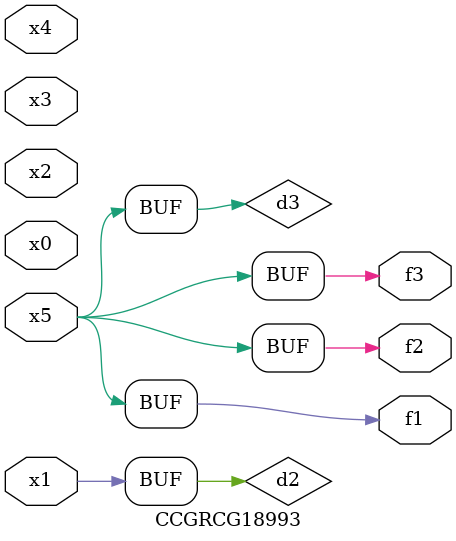
<source format=v>
module CCGRCG18993(
	input x0, x1, x2, x3, x4, x5,
	output f1, f2, f3
);

	wire d1, d2, d3;

	not (d1, x5);
	or (d2, x1);
	xnor (d3, d1);
	assign f1 = d3;
	assign f2 = d3;
	assign f3 = d3;
endmodule

</source>
